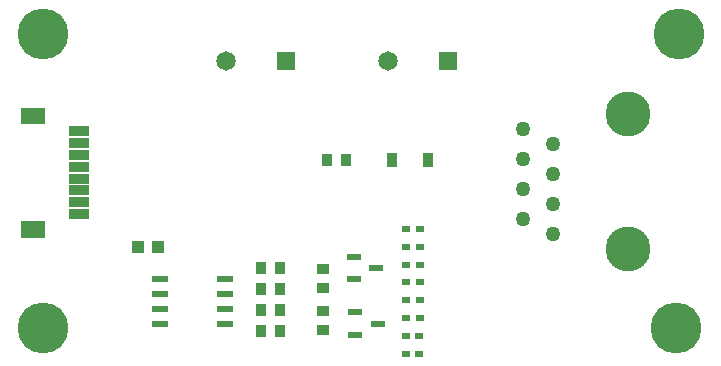
<source format=gbr>
%TF.GenerationSoftware,KiCad,Pcbnew,7.0.1*%
%TF.CreationDate,2023-04-09T11:27:42-07:00*%
%TF.ProjectId,RS485-Module,52533438-352d-44d6-9f64-756c652e6b69,rev?*%
%TF.SameCoordinates,Original*%
%TF.FileFunction,Soldermask,Top*%
%TF.FilePolarity,Negative*%
%FSLAX46Y46*%
G04 Gerber Fmt 4.6, Leading zero omitted, Abs format (unit mm)*
G04 Created by KiCad (PCBNEW 7.0.1) date 2023-04-09 11:27:42*
%MOMM*%
%LPD*%
G01*
G04 APERTURE LIST*
%ADD10C,0.010000*%
%ADD11R,1.295400X0.558800*%
%ADD12R,1.020000X0.940000*%
%ADD13R,1.100000X1.000000*%
%ADD14R,0.965200X1.295400*%
%ADD15R,1.460500X0.558800*%
%ADD16R,0.940000X1.020000*%
%ADD17C,1.270000*%
%ADD18C,3.810000*%
%ADD19R,1.650000X1.650000*%
%ADD20C,1.650000*%
%ADD21R,0.685800X0.609600*%
%ADD22C,4.300000*%
G04 APERTURE END LIST*
%TO.C,P1*%
D10*
X142628200Y-94682200D02*
X140675800Y-94682200D01*
X140675800Y-93329800D01*
X142628200Y-93329800D01*
X142628200Y-94682200D01*
G36*
X142628200Y-94682200D02*
G01*
X140675800Y-94682200D01*
X140675800Y-93329800D01*
X142628200Y-93329800D01*
X142628200Y-94682200D01*
G37*
X146378200Y-95682200D02*
X144725800Y-95682200D01*
X144725800Y-94929800D01*
X146378200Y-94929800D01*
X146378200Y-95682200D01*
G36*
X146378200Y-95682200D02*
G01*
X144725800Y-95682200D01*
X144725800Y-94929800D01*
X146378200Y-94929800D01*
X146378200Y-95682200D01*
G37*
X146378200Y-96682200D02*
X144725800Y-96682200D01*
X144725800Y-95929800D01*
X146378200Y-95929800D01*
X146378200Y-96682200D01*
G36*
X146378200Y-96682200D02*
G01*
X144725800Y-96682200D01*
X144725800Y-95929800D01*
X146378200Y-95929800D01*
X146378200Y-96682200D01*
G37*
X146378200Y-97682200D02*
X144725800Y-97682200D01*
X144725800Y-96929800D01*
X146378200Y-96929800D01*
X146378200Y-97682200D01*
G36*
X146378200Y-97682200D02*
G01*
X144725800Y-97682200D01*
X144725800Y-96929800D01*
X146378200Y-96929800D01*
X146378200Y-97682200D01*
G37*
X146378200Y-98682200D02*
X144725800Y-98682200D01*
X144725800Y-97929800D01*
X146378200Y-97929800D01*
X146378200Y-98682200D01*
G36*
X146378200Y-98682200D02*
G01*
X144725800Y-98682200D01*
X144725800Y-97929800D01*
X146378200Y-97929800D01*
X146378200Y-98682200D01*
G37*
X146378200Y-99682200D02*
X144725800Y-99682200D01*
X144725800Y-98929800D01*
X146378200Y-98929800D01*
X146378200Y-99682200D01*
G36*
X146378200Y-99682200D02*
G01*
X144725800Y-99682200D01*
X144725800Y-98929800D01*
X146378200Y-98929800D01*
X146378200Y-99682200D01*
G37*
X146378200Y-100682200D02*
X144725800Y-100682200D01*
X144725800Y-99929800D01*
X146378200Y-99929800D01*
X146378200Y-100682200D01*
G36*
X146378200Y-100682200D02*
G01*
X144725800Y-100682200D01*
X144725800Y-99929800D01*
X146378200Y-99929800D01*
X146378200Y-100682200D01*
G37*
X146378200Y-101682200D02*
X144725800Y-101682200D01*
X144725800Y-100929800D01*
X146378200Y-100929800D01*
X146378200Y-101682200D01*
G36*
X146378200Y-101682200D02*
G01*
X144725800Y-101682200D01*
X144725800Y-100929800D01*
X146378200Y-100929800D01*
X146378200Y-101682200D01*
G37*
X146378200Y-102682200D02*
X144725800Y-102682200D01*
X144725800Y-101929800D01*
X146378200Y-101929800D01*
X146378200Y-102682200D01*
G36*
X146378200Y-102682200D02*
G01*
X144725800Y-102682200D01*
X144725800Y-101929800D01*
X146378200Y-101929800D01*
X146378200Y-102682200D01*
G37*
X142628200Y-104282200D02*
X140675800Y-104282200D01*
X140675800Y-102929800D01*
X142628200Y-102929800D01*
X142628200Y-104282200D01*
G36*
X142628200Y-104282200D02*
G01*
X140675800Y-104282200D01*
X140675800Y-102929800D01*
X142628200Y-102929800D01*
X142628200Y-104282200D01*
G37*
%TD*%
D11*
%TO.C,D2*%
X170751500Y-106934000D03*
X168846500Y-107884001D03*
X168846500Y-105983999D03*
%TD*%
D12*
%TO.C,R6*%
X166243000Y-107033000D03*
X166243000Y-108613000D03*
%TD*%
D13*
%TO.C,C1*%
X152234000Y-105156000D03*
X150534000Y-105156000D03*
%TD*%
D14*
%TO.C,D1*%
X172085000Y-97790000D03*
X175133000Y-97790000D03*
%TD*%
D15*
%TO.C,U1*%
X152469850Y-107823000D03*
X152469850Y-109093000D03*
X152469850Y-110363000D03*
X152469850Y-111633000D03*
X157918150Y-111633000D03*
X157918150Y-110363000D03*
X157918150Y-109093000D03*
X157918150Y-107823000D03*
%TD*%
D12*
%TO.C,R7*%
X166196092Y-112169000D03*
X166196092Y-110589000D03*
%TD*%
D16*
%TO.C,R5*%
X161008000Y-112268000D03*
X162588000Y-112268000D03*
%TD*%
%TO.C,R4*%
X161008000Y-110490000D03*
X162588000Y-110490000D03*
%TD*%
%TO.C,R3*%
X161008000Y-108712000D03*
X162588000Y-108712000D03*
%TD*%
%TO.C,R2*%
X161008000Y-106934000D03*
X162588000Y-106934000D03*
%TD*%
%TO.C,R1*%
X166596000Y-97790000D03*
X168176000Y-97790000D03*
%TD*%
D17*
%TO.C,P4*%
X185674000Y-104013000D03*
X183134000Y-102743000D03*
X185674000Y-101473000D03*
X183134000Y-100203000D03*
X185674000Y-98933000D03*
X183134000Y-97663000D03*
X185674000Y-96393000D03*
X183134000Y-95123000D03*
D18*
X192024000Y-105283000D03*
X192024000Y-93853000D03*
%TD*%
D19*
%TO.C,P3*%
X176784000Y-89408000D03*
D20*
X171704000Y-89408000D03*
%TD*%
D19*
%TO.C,P2*%
X163068000Y-89408000D03*
D20*
X157988000Y-89408000D03*
%TD*%
D21*
%TO.C,J8*%
X173253400Y-112649000D03*
X174371000Y-112649000D03*
%TD*%
%TO.C,J7*%
X173304200Y-105156000D03*
X174421800Y-105156000D03*
%TD*%
%TO.C,J6*%
X173304200Y-111125000D03*
X174421800Y-111125000D03*
%TD*%
%TO.C,J5*%
X173304200Y-108077000D03*
X174421800Y-108077000D03*
%TD*%
%TO.C,J4*%
X173304200Y-109601000D03*
X174421800Y-109601000D03*
%TD*%
%TO.C,J3*%
X173304200Y-106680000D03*
X174421800Y-106680000D03*
%TD*%
%TO.C,J2*%
X173253400Y-114173000D03*
X174371000Y-114173000D03*
%TD*%
%TO.C,J1*%
X173304200Y-103632000D03*
X174421800Y-103632000D03*
%TD*%
D22*
%TO.C,H4*%
X142494000Y-112014000D03*
%TD*%
%TO.C,H3*%
X196088000Y-112014000D03*
%TD*%
%TO.C,H2*%
X196342000Y-87122000D03*
%TD*%
%TO.C,H1*%
X142494000Y-87122000D03*
%TD*%
D11*
%TO.C,D3*%
X168973500Y-110682999D03*
X168973500Y-112583001D03*
X170878500Y-111633000D03*
%TD*%
M02*

</source>
